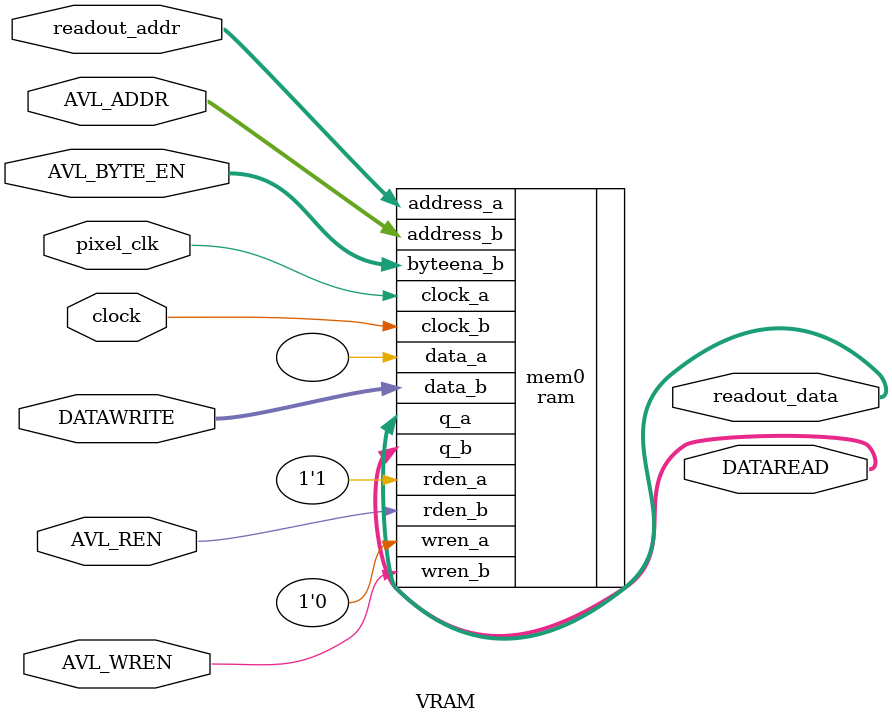
<source format=sv>
module VRAM ( 	input clock,
					input pixel_clk,
					input	[10:0] readout_addr,
					input [10:0] AVL_ADDR,
					input	[31:0] DATAWRITE,
					input	AVL_WREN,
					input AVL_REN,
					input [3:0] AVL_BYTE_EN,
					output [31:0] DATAREAD,
					output [31:0] readout_data //
);

ram mem0 (.clock_a(pixel_clk), .address_a(readout_addr), .data_a(), .q_a(readout_data), .wren_a(1'b0), .rden_a(1'b1),
			 .clock_b(clock), .address_b(AVL_ADDR), .byteena_b(AVL_BYTE_EN), .data_b(DATAWRITE), .q_b(DATAREAD), .wren_b(AVL_WREN), .rden_b(AVL_REN));
				
endmodule
</source>
